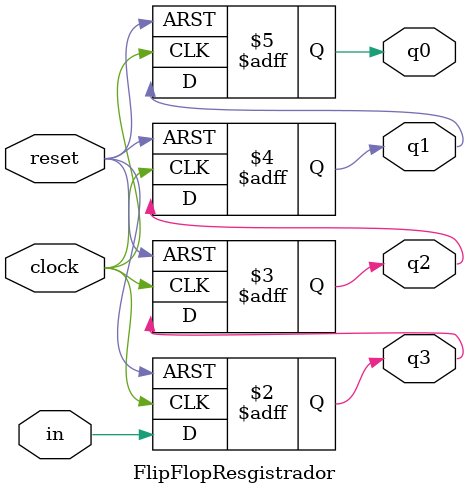
<source format=v>
module FlipFlopResgistrador(q3,q2,q1,q0,reset,clock,in);

input clock, reset, in;
output reg q3,q2,q1,q0;

always@(posedge clock or posedge reset)
begin
	if(reset)
	
	begin
		q3 <= 1'b0;
		q2 <= 1'b0;
		q1 <= 1'b0;
		q0 <= 1'b0;
	end
	
	else
	
	begin
		q3 <=in;
		q2 <=q3;
		q1 <=q2;
		q0 <=q1;
	end
	
end

endmodule

</source>
